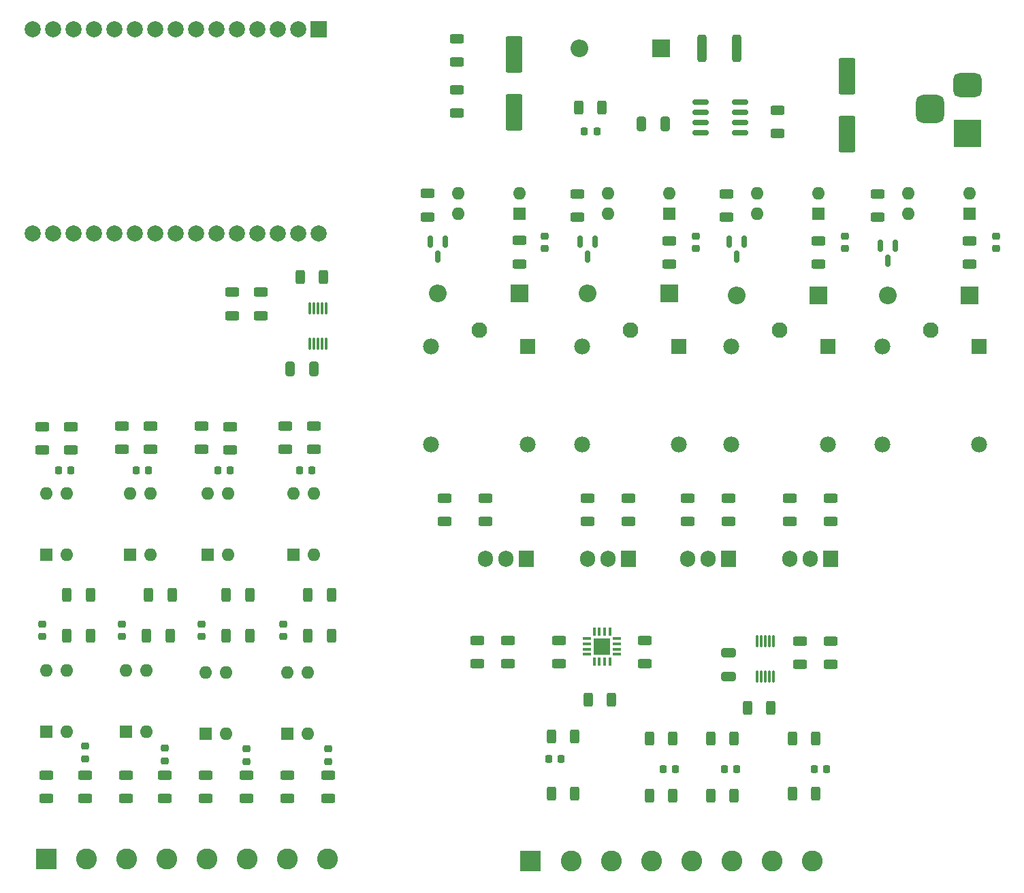
<source format=gbr>
%TF.GenerationSoftware,KiCad,Pcbnew,(6.0.9)*%
%TF.CreationDate,2022-12-27T14:16:08-08:00*%
%TF.ProjectId,halloween vending machine,68616c6c-6f77-4656-956e-2076656e6469,rev?*%
%TF.SameCoordinates,Original*%
%TF.FileFunction,Soldermask,Top*%
%TF.FilePolarity,Negative*%
%FSLAX46Y46*%
G04 Gerber Fmt 4.6, Leading zero omitted, Abs format (unit mm)*
G04 Created by KiCad (PCBNEW (6.0.9)) date 2022-12-27 14:16:08*
%MOMM*%
%LPD*%
G01*
G04 APERTURE LIST*
G04 Aperture macros list*
%AMRoundRect*
0 Rectangle with rounded corners*
0 $1 Rounding radius*
0 $2 $3 $4 $5 $6 $7 $8 $9 X,Y pos of 4 corners*
0 Add a 4 corners polygon primitive as box body*
4,1,4,$2,$3,$4,$5,$6,$7,$8,$9,$2,$3,0*
0 Add four circle primitives for the rounded corners*
1,1,$1+$1,$2,$3*
1,1,$1+$1,$4,$5*
1,1,$1+$1,$6,$7*
1,1,$1+$1,$8,$9*
0 Add four rect primitives between the rounded corners*
20,1,$1+$1,$2,$3,$4,$5,0*
20,1,$1+$1,$4,$5,$6,$7,0*
20,1,$1+$1,$6,$7,$8,$9,0*
20,1,$1+$1,$8,$9,$2,$3,0*%
G04 Aperture macros list end*
%ADD10R,1.980000X1.980000*%
%ADD11C,1.935000*%
%ADD12C,1.980000*%
%ADD13R,2.600000X2.600000*%
%ADD14C,2.600000*%
%ADD15RoundRect,0.250000X-0.625000X0.312500X-0.625000X-0.312500X0.625000X-0.312500X0.625000X0.312500X0*%
%ADD16RoundRect,0.218750X-0.218750X-0.256250X0.218750X-0.256250X0.218750X0.256250X-0.218750X0.256250X0*%
%ADD17RoundRect,0.250000X-0.312500X-0.625000X0.312500X-0.625000X0.312500X0.625000X-0.312500X0.625000X0*%
%ADD18RoundRect,0.218750X0.256250X-0.218750X0.256250X0.218750X-0.256250X0.218750X-0.256250X-0.218750X0*%
%ADD19RoundRect,0.250000X0.650000X-0.325000X0.650000X0.325000X-0.650000X0.325000X-0.650000X-0.325000X0*%
%ADD20R,1.600000X1.600000*%
%ADD21O,1.600000X1.600000*%
%ADD22RoundRect,0.250000X0.625000X-0.312500X0.625000X0.312500X-0.625000X0.312500X-0.625000X-0.312500X0*%
%ADD23RoundRect,0.075000X0.075000X-0.650000X0.075000X0.650000X-0.075000X0.650000X-0.075000X-0.650000X0*%
%ADD24RoundRect,0.218750X0.218750X0.256250X-0.218750X0.256250X-0.218750X-0.256250X0.218750X-0.256250X0*%
%ADD25RoundRect,0.150000X-0.150000X0.587500X-0.150000X-0.587500X0.150000X-0.587500X0.150000X0.587500X0*%
%ADD26RoundRect,0.087500X0.425000X0.087500X-0.425000X0.087500X-0.425000X-0.087500X0.425000X-0.087500X0*%
%ADD27RoundRect,0.087500X0.087500X0.425000X-0.087500X0.425000X-0.087500X-0.425000X0.087500X-0.425000X0*%
%ADD28R,2.100000X2.100000*%
%ADD29R,2.200000X2.200000*%
%ADD30O,2.200000X2.200000*%
%ADD31RoundRect,0.218750X-0.256250X0.218750X-0.256250X-0.218750X0.256250X-0.218750X0.256250X0.218750X0*%
%ADD32RoundRect,0.150000X-0.825000X-0.150000X0.825000X-0.150000X0.825000X0.150000X-0.825000X0.150000X0*%
%ADD33RoundRect,0.250001X0.799999X-1.999999X0.799999X1.999999X-0.799999X1.999999X-0.799999X-1.999999X0*%
%ADD34RoundRect,0.250000X0.325000X0.650000X-0.325000X0.650000X-0.325000X-0.650000X0.325000X-0.650000X0*%
%ADD35RoundRect,0.250000X0.312500X0.625000X-0.312500X0.625000X-0.312500X-0.625000X0.312500X-0.625000X0*%
%ADD36R,2.000000X2.000000*%
%ADD37C,2.000000*%
%ADD38R,1.905000X2.000000*%
%ADD39O,1.905000X2.000000*%
%ADD40RoundRect,0.250000X-0.312500X-1.450000X0.312500X-1.450000X0.312500X1.450000X-0.312500X1.450000X0*%
%ADD41R,3.500000X3.500000*%
%ADD42RoundRect,0.750000X-1.000000X0.750000X-1.000000X-0.750000X1.000000X-0.750000X1.000000X0.750000X0*%
%ADD43RoundRect,0.875000X-0.875000X0.875000X-0.875000X-0.875000X0.875000X-0.875000X0.875000X0.875000X0*%
%ADD44RoundRect,0.075000X-0.075000X0.650000X-0.075000X-0.650000X0.075000X-0.650000X0.075000X0.650000X0*%
G04 APERTURE END LIST*
D10*
%TO.C,K4*%
X144176000Y-61210000D03*
D11*
X138176000Y-59210000D03*
D12*
X132176000Y-61210000D03*
X132176000Y-73410000D03*
X144176000Y-73410000D03*
%TD*%
D10*
%TO.C,K3*%
X125380000Y-61210000D03*
D11*
X119380000Y-59210000D03*
D12*
X113380000Y-61210000D03*
X113380000Y-73410000D03*
X125380000Y-73410000D03*
%TD*%
D10*
%TO.C,K2*%
X106838000Y-61210000D03*
D11*
X100838000Y-59210000D03*
D12*
X94838000Y-61210000D03*
X94838000Y-73410000D03*
X106838000Y-73410000D03*
%TD*%
D10*
%TO.C,K1*%
X88042000Y-61210000D03*
D11*
X82042000Y-59210000D03*
D12*
X76042000Y-61210000D03*
X76042000Y-73410000D03*
X88042000Y-73410000D03*
%TD*%
D13*
%TO.C,J2*%
X28180000Y-124968000D03*
D14*
X33180000Y-124968000D03*
X38180000Y-124968000D03*
X43180000Y-124968000D03*
X48180000Y-124968000D03*
X53180000Y-124968000D03*
X58180000Y-124968000D03*
X63180000Y-124968000D03*
%TD*%
D15*
%TO.C,R24*%
X87026000Y-48063500D03*
X87026000Y-50988500D03*
%TD*%
D16*
%TO.C,D19*%
X106451500Y-113792000D03*
X104876500Y-113792000D03*
%TD*%
D17*
%TO.C,R21*%
X40915500Y-92151000D03*
X43840500Y-92151000D03*
%TD*%
D18*
%TO.C,D13*%
X127508000Y-49047500D03*
X127508000Y-47472500D03*
%TD*%
D19*
%TO.C,C4*%
X113030000Y-102313000D03*
X113030000Y-99363000D03*
%TD*%
D20*
%TO.C,U5*%
X28149000Y-109159000D03*
D21*
X30689000Y-109159000D03*
X30689000Y-101539000D03*
X28149000Y-101539000D03*
%TD*%
D22*
%TO.C,R50*%
X47458000Y-74055500D03*
X47458000Y-71130500D03*
%TD*%
D23*
%TO.C,U17*%
X60976000Y-60874000D03*
X61476000Y-60874000D03*
X61976000Y-60874000D03*
X62476000Y-60874000D03*
X62976000Y-60874000D03*
X62976000Y-56474000D03*
X62476000Y-56474000D03*
X61976000Y-56474000D03*
X61476000Y-56474000D03*
X60976000Y-56474000D03*
%TD*%
D13*
%TO.C,J3*%
X88418000Y-125273000D03*
D14*
X93418000Y-125273000D03*
X98418000Y-125273000D03*
X103418000Y-125273000D03*
X108418000Y-125273000D03*
X113418000Y-125273000D03*
X118418000Y-125273000D03*
X123418000Y-125273000D03*
%TD*%
D24*
%TO.C,D18*%
X92227500Y-112522000D03*
X90652500Y-112522000D03*
%TD*%
D17*
%TO.C,R17*%
X40661500Y-97231000D03*
X43586500Y-97231000D03*
%TD*%
D20*
%TO.C,U12*%
X142992000Y-44709000D03*
D21*
X142992000Y-42169000D03*
X135372000Y-42169000D03*
X135372000Y-44709000D03*
%TD*%
D25*
%TO.C,Q1*%
X77816000Y-48159000D03*
X75916000Y-48159000D03*
X76866000Y-50034000D03*
%TD*%
D15*
%TO.C,R27*%
X124206000Y-48095500D03*
X124206000Y-51020500D03*
%TD*%
D17*
%TO.C,R18*%
X50567500Y-97231000D03*
X53492500Y-97231000D03*
%TD*%
D18*
%TO.C,D10*%
X90170000Y-49047500D03*
X90170000Y-47472500D03*
%TD*%
D15*
%TO.C,R31*%
X131572000Y-42225500D03*
X131572000Y-45150500D03*
%TD*%
D17*
%TO.C,R20*%
X30755500Y-92151000D03*
X33680500Y-92151000D03*
%TD*%
D26*
%TO.C,U3*%
X99144500Y-99527000D03*
X99144500Y-98877000D03*
X99144500Y-98227000D03*
X99144500Y-97577000D03*
D27*
X98257000Y-96689500D03*
X97607000Y-96689500D03*
X96957000Y-96689500D03*
X96307000Y-96689500D03*
D26*
X95419500Y-97577000D03*
X95419500Y-98227000D03*
X95419500Y-98877000D03*
X95419500Y-99527000D03*
D27*
X96307000Y-100414500D03*
X96957000Y-100414500D03*
X97607000Y-100414500D03*
X98257000Y-100414500D03*
D28*
X97282000Y-98552000D03*
%TD*%
D29*
%TO.C,D15*%
X105664000Y-54610000D03*
D30*
X95504000Y-54610000D03*
%TD*%
D31*
%TO.C,D6*%
X27646000Y-95732500D03*
X27646000Y-97307500D03*
%TD*%
D32*
%TO.C,U2*%
X109539000Y-30861000D03*
X109539000Y-32131000D03*
X109539000Y-33401000D03*
X109539000Y-34671000D03*
X114489000Y-34671000D03*
X114489000Y-33401000D03*
X114489000Y-32131000D03*
X114489000Y-30861000D03*
%TD*%
D17*
%TO.C,R44*%
X110805500Y-109982000D03*
X113730500Y-109982000D03*
%TD*%
D33*
%TO.C,C3*%
X86360000Y-32092000D03*
X86360000Y-24892000D03*
%TD*%
D22*
%TO.C,R51*%
X57872000Y-74055500D03*
X57872000Y-71130500D03*
%TD*%
D31*
%TO.C,D8*%
X47458000Y-95732500D03*
X47458000Y-97307500D03*
%TD*%
D24*
%TO.C,D23*%
X40919500Y-76657000D03*
X39344500Y-76657000D03*
%TD*%
D22*
%TO.C,R8*%
X28154000Y-117489500D03*
X28154000Y-114564500D03*
%TD*%
%TO.C,R5*%
X91948000Y-100715000D03*
X91948000Y-97790000D03*
%TD*%
%TO.C,R13*%
X53046000Y-117489500D03*
X53046000Y-114564500D03*
%TD*%
D15*
%TO.C,R26*%
X105664000Y-48067500D03*
X105664000Y-50992500D03*
%TD*%
D22*
%TO.C,R59*%
X51308000Y-57404000D03*
X51308000Y-54479000D03*
%TD*%
D15*
%TO.C,R30*%
X112776000Y-42253500D03*
X112776000Y-45178500D03*
%TD*%
D20*
%TO.C,U13*%
X28189000Y-87112000D03*
D21*
X30729000Y-87112000D03*
X30729000Y-79492000D03*
X28189000Y-79492000D03*
%TD*%
D31*
%TO.C,D4*%
X53046000Y-111266500D03*
X53046000Y-112841500D03*
%TD*%
D22*
%TO.C,R12*%
X47966000Y-117489500D03*
X47966000Y-114564500D03*
%TD*%
D17*
%TO.C,R23*%
X60727500Y-92151000D03*
X63652500Y-92151000D03*
%TD*%
D31*
%TO.C,D7*%
X37552000Y-95732500D03*
X37552000Y-97307500D03*
%TD*%
D15*
%TO.C,R35*%
X100584000Y-82996500D03*
X100584000Y-80071500D03*
%TD*%
D17*
%TO.C,R42*%
X106110500Y-109982000D03*
X103185500Y-109982000D03*
%TD*%
D15*
%TO.C,R33*%
X125730000Y-80071500D03*
X125730000Y-82996500D03*
%TD*%
D18*
%TO.C,D14*%
X146304000Y-49047500D03*
X146304000Y-47472500D03*
%TD*%
D22*
%TO.C,R60*%
X125730000Y-100776500D03*
X125730000Y-97851500D03*
%TD*%
D17*
%TO.C,R46*%
X120965500Y-109982000D03*
X123890500Y-109982000D03*
%TD*%
D31*
%TO.C,D2*%
X32980000Y-110921500D03*
X32980000Y-112496500D03*
%TD*%
D15*
%TO.C,R2*%
X79248000Y-22921500D03*
X79248000Y-25846500D03*
%TD*%
D31*
%TO.C,D9*%
X57618000Y-95732500D03*
X57618000Y-97307500D03*
%TD*%
D24*
%TO.C,D25*%
X61239500Y-76657000D03*
X59664500Y-76657000D03*
%TD*%
D34*
%TO.C,C5*%
X61419000Y-64008000D03*
X58469000Y-64008000D03*
%TD*%
D22*
%TO.C,R39*%
X95504000Y-80071500D03*
X95504000Y-82996500D03*
%TD*%
%TO.C,R49*%
X37552000Y-74055500D03*
X37552000Y-71130500D03*
%TD*%
D35*
%TO.C,R57*%
X118302500Y-106172000D03*
X115377500Y-106172000D03*
%TD*%
D22*
%TO.C,R11*%
X42886000Y-117489500D03*
X42886000Y-114564500D03*
%TD*%
D31*
%TO.C,D3*%
X42886000Y-111175500D03*
X42886000Y-112750500D03*
%TD*%
D36*
%TO.C,U1*%
X62015000Y-21800000D03*
D37*
X59475000Y-21800000D03*
X56935000Y-21800000D03*
X54395000Y-21800000D03*
X51855000Y-21800000D03*
X49315000Y-21800000D03*
X46775000Y-21800000D03*
X44235000Y-21800000D03*
X41695000Y-21800000D03*
X39155000Y-21800000D03*
X36615000Y-21800000D03*
X34075000Y-21800000D03*
X31535000Y-21800000D03*
X28995000Y-21800000D03*
X26455000Y-21800000D03*
X26455000Y-47200000D03*
X28995000Y-47200000D03*
X31535000Y-47200000D03*
X34075000Y-47200000D03*
X36615000Y-47200000D03*
X39155000Y-47200000D03*
X41695000Y-47200000D03*
X44235000Y-47200000D03*
X46775000Y-47200000D03*
X49315000Y-47200000D03*
X51855000Y-47200000D03*
X54395000Y-47200000D03*
X56935000Y-47200000D03*
X59475000Y-47200000D03*
X62015000Y-47200000D03*
%TD*%
D17*
%TO.C,R43*%
X106110500Y-117094000D03*
X103185500Y-117094000D03*
%TD*%
%TO.C,R19*%
X60727500Y-97231000D03*
X63652500Y-97231000D03*
%TD*%
D22*
%TO.C,R62*%
X54864000Y-57404000D03*
X54864000Y-54479000D03*
%TD*%
D15*
%TO.C,R25*%
X75596000Y-42221500D03*
X75596000Y-45146500D03*
%TD*%
D16*
%TO.C,D26*%
X95057500Y-34500000D03*
X96632500Y-34500000D03*
%TD*%
D29*
%TO.C,D17*%
X143002000Y-54892000D03*
D30*
X132842000Y-54892000D03*
%TD*%
D35*
%TO.C,R40*%
X93918500Y-109728000D03*
X90993500Y-109728000D03*
%TD*%
D22*
%TO.C,R6*%
X85598000Y-100715000D03*
X85598000Y-97790000D03*
%TD*%
D31*
%TO.C,D5*%
X63206000Y-111266500D03*
X63206000Y-112841500D03*
%TD*%
D20*
%TO.C,U7*%
X47961000Y-109413000D03*
D21*
X50501000Y-109413000D03*
X50501000Y-101793000D03*
X47961000Y-101793000D03*
%TD*%
D20*
%TO.C,U11*%
X124196000Y-44737000D03*
D21*
X124196000Y-42197000D03*
X116576000Y-42197000D03*
X116576000Y-44737000D03*
%TD*%
D24*
%TO.C,D22*%
X31267500Y-76667000D03*
X29692500Y-76667000D03*
%TD*%
D35*
%TO.C,R41*%
X93918500Y-116840000D03*
X90993500Y-116840000D03*
%TD*%
D17*
%TO.C,R63*%
X94382500Y-31480000D03*
X97307500Y-31480000D03*
%TD*%
%TO.C,R56*%
X95565500Y-105156000D03*
X98490500Y-105156000D03*
%TD*%
D25*
%TO.C,Q3*%
X114996000Y-48163000D03*
X113096000Y-48163000D03*
X114046000Y-50038000D03*
%TD*%
D24*
%TO.C,D24*%
X51079500Y-76657000D03*
X49504500Y-76657000D03*
%TD*%
D38*
%TO.C,Q5*%
X113030000Y-87630000D03*
D39*
X110490000Y-87630000D03*
X107950000Y-87630000D03*
%TD*%
D15*
%TO.C,R32*%
X113030000Y-80071500D03*
X113030000Y-82996500D03*
%TD*%
D25*
%TO.C,Q4*%
X133792000Y-48699000D03*
X131892000Y-48699000D03*
X132842000Y-50574000D03*
%TD*%
D15*
%TO.C,R29*%
X94234000Y-42225500D03*
X94234000Y-45150500D03*
%TD*%
%TO.C,R34*%
X77724000Y-82996500D03*
X77724000Y-80071500D03*
%TD*%
D40*
%TO.C,L1*%
X109728000Y-24130000D03*
X114003000Y-24130000D03*
%TD*%
D20*
%TO.C,U10*%
X105654000Y-44709000D03*
D21*
X105654000Y-42169000D03*
X98034000Y-42169000D03*
X98034000Y-44709000D03*
%TD*%
D18*
%TO.C,D12*%
X108966000Y-49047500D03*
X108966000Y-47472500D03*
%TD*%
D15*
%TO.C,R7*%
X102616000Y-97790000D03*
X102616000Y-100715000D03*
%TD*%
D22*
%TO.C,R48*%
X27646000Y-74117000D03*
X27646000Y-71192000D03*
%TD*%
D20*
%TO.C,U6*%
X38055000Y-109159000D03*
D21*
X40595000Y-109159000D03*
X40595000Y-101539000D03*
X38055000Y-101539000D03*
%TD*%
D29*
%TO.C,D1*%
X104648000Y-24130000D03*
D30*
X94488000Y-24130000D03*
%TD*%
D34*
%TO.C,C2*%
X105107000Y-33528000D03*
X102157000Y-33528000D03*
%TD*%
D20*
%TO.C,U9*%
X87026000Y-44700000D03*
D21*
X87026000Y-42160000D03*
X79406000Y-42160000D03*
X79406000Y-44700000D03*
%TD*%
D22*
%TO.C,R38*%
X82804000Y-80071500D03*
X82804000Y-82996500D03*
%TD*%
D15*
%TO.C,R28*%
X143002000Y-48067500D03*
X143002000Y-50992500D03*
%TD*%
D24*
%TO.C,D21*%
X125247500Y-113792000D03*
X123672500Y-113792000D03*
%TD*%
D22*
%TO.C,R52*%
X31202000Y-74117000D03*
X31202000Y-71192000D03*
%TD*%
D17*
%TO.C,R45*%
X110805500Y-117094000D03*
X113730500Y-117094000D03*
%TD*%
D20*
%TO.C,U8*%
X58121000Y-109413000D03*
D21*
X60661000Y-109413000D03*
X60661000Y-101793000D03*
X58121000Y-101793000D03*
%TD*%
D16*
%TO.C,D20*%
X112496500Y-113792000D03*
X114071500Y-113792000D03*
%TD*%
D29*
%TO.C,D11*%
X87026000Y-54606000D03*
D30*
X76866000Y-54606000D03*
%TD*%
D22*
%TO.C,R54*%
X51014000Y-74117000D03*
X51014000Y-71192000D03*
%TD*%
D41*
%TO.C,J1*%
X142748000Y-34702000D03*
D42*
X142748000Y-28702000D03*
D43*
X138048000Y-31702000D03*
%TD*%
D22*
%TO.C,R61*%
X121920000Y-100776500D03*
X121920000Y-97851500D03*
%TD*%
%TO.C,R36*%
X107950000Y-82996500D03*
X107950000Y-80071500D03*
%TD*%
D20*
%TO.C,U15*%
X48260000Y-87112000D03*
D21*
X50800000Y-87112000D03*
X50800000Y-79492000D03*
X48260000Y-79492000D03*
%TD*%
D22*
%TO.C,R37*%
X120650000Y-82996500D03*
X120650000Y-80071500D03*
%TD*%
D35*
%TO.C,R58*%
X62676500Y-52578000D03*
X59751500Y-52578000D03*
%TD*%
D38*
%TO.C,Q7*%
X87884000Y-87630000D03*
D39*
X85344000Y-87630000D03*
X82804000Y-87630000D03*
%TD*%
D33*
%TO.C,C1*%
X127762000Y-34842000D03*
X127762000Y-27642000D03*
%TD*%
D22*
%TO.C,R55*%
X61428000Y-74055500D03*
X61428000Y-71130500D03*
%TD*%
%TO.C,R9*%
X32980000Y-117489500D03*
X32980000Y-114564500D03*
%TD*%
D25*
%TO.C,Q2*%
X96454000Y-48163000D03*
X94554000Y-48163000D03*
X95504000Y-50038000D03*
%TD*%
D22*
%TO.C,R15*%
X63206000Y-117489500D03*
X63206000Y-114564500D03*
%TD*%
%TO.C,R1*%
X119126000Y-34736500D03*
X119126000Y-31811500D03*
%TD*%
D38*
%TO.C,Q8*%
X100584000Y-87630000D03*
D39*
X98044000Y-87630000D03*
X95504000Y-87630000D03*
%TD*%
D20*
%TO.C,U14*%
X38608000Y-87112000D03*
D21*
X41148000Y-87112000D03*
X41148000Y-79492000D03*
X38608000Y-79492000D03*
%TD*%
D44*
%TO.C,U4*%
X118602000Y-97876000D03*
X118102000Y-97876000D03*
X117602000Y-97876000D03*
X117102000Y-97876000D03*
X116602000Y-97876000D03*
X116602000Y-102276000D03*
X117102000Y-102276000D03*
X117602000Y-102276000D03*
X118102000Y-102276000D03*
X118602000Y-102276000D03*
%TD*%
D17*
%TO.C,R16*%
X30755500Y-97231000D03*
X33680500Y-97231000D03*
%TD*%
D15*
%TO.C,R3*%
X79248000Y-29271500D03*
X79248000Y-32196500D03*
%TD*%
D22*
%TO.C,R4*%
X81788000Y-100715000D03*
X81788000Y-97790000D03*
%TD*%
D17*
%TO.C,R22*%
X50567500Y-92151000D03*
X53492500Y-92151000D03*
%TD*%
%TO.C,R47*%
X120965500Y-116840000D03*
X123890500Y-116840000D03*
%TD*%
D22*
%TO.C,R10*%
X38060000Y-117489500D03*
X38060000Y-114564500D03*
%TD*%
%TO.C,R53*%
X41108000Y-74055500D03*
X41108000Y-71130500D03*
%TD*%
%TO.C,R14*%
X58126000Y-117489500D03*
X58126000Y-114564500D03*
%TD*%
D29*
%TO.C,D16*%
X124206000Y-54864000D03*
D30*
X114046000Y-54864000D03*
%TD*%
D20*
%TO.C,U16*%
X58928000Y-87112000D03*
D21*
X61468000Y-87112000D03*
X61468000Y-79492000D03*
X58928000Y-79492000D03*
%TD*%
D38*
%TO.C,Q6*%
X125730000Y-87630000D03*
D39*
X123190000Y-87630000D03*
X120650000Y-87630000D03*
%TD*%
M02*

</source>
